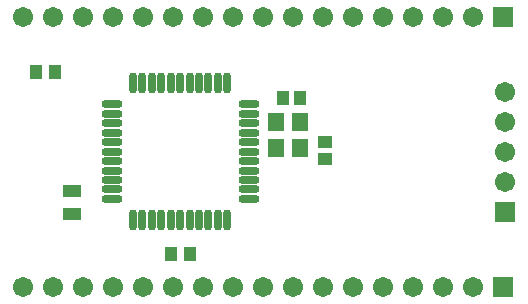
<source format=gts>
G04*
G04 #@! TF.GenerationSoftware,Altium Limited,Altium Designer,22.4.2 (48)*
G04*
G04 Layer_Color=8388736*
%FSLAX26Y26*%
%MOIN*%
G70*
G04*
G04 #@! TF.SameCoordinates,6CEC26E3-1FB6-4E6F-AFBB-73261986176E*
G04*
G04*
G04 #@! TF.FilePolarity,Negative*
G04*
G01*
G75*
%ADD20R,0.039496X0.045402*%
%ADD21R,0.045402X0.039496*%
%ADD22O,0.070992X0.029654*%
%ADD23O,0.029654X0.070992*%
%ADD24R,0.055244X0.063118*%
%ADD25R,0.061150X0.039496*%
%ADD26C,0.067055*%
%ADD27R,0.067055X0.067055*%
%ADD28R,0.067055X0.067055*%
D20*
X966378Y731142D02*
D03*
X1025433D02*
D03*
X206693Y817913D02*
D03*
X145669D02*
D03*
X656496Y208661D02*
D03*
X595472D02*
D03*
D21*
X1109252Y584646D02*
D03*
Y525591D02*
D03*
D22*
X396654Y708661D02*
D03*
Y677165D02*
D03*
Y645669D02*
D03*
Y614173D02*
D03*
Y582677D02*
D03*
Y551181D02*
D03*
Y519685D02*
D03*
Y488189D02*
D03*
Y456693D02*
D03*
Y425197D02*
D03*
Y393701D02*
D03*
X853346D02*
D03*
Y425197D02*
D03*
Y456693D02*
D03*
Y488189D02*
D03*
Y519685D02*
D03*
Y551181D02*
D03*
Y582677D02*
D03*
Y614173D02*
D03*
Y645669D02*
D03*
Y677165D02*
D03*
Y708661D02*
D03*
D23*
X467520Y322835D02*
D03*
X499016D02*
D03*
X530512D02*
D03*
X562008D02*
D03*
X593504D02*
D03*
X625000D02*
D03*
X656496D02*
D03*
X687992D02*
D03*
X719488D02*
D03*
X750984D02*
D03*
X782480D02*
D03*
Y779528D02*
D03*
X750984D02*
D03*
X719488D02*
D03*
X687992D02*
D03*
X656496D02*
D03*
X625000D02*
D03*
X593504D02*
D03*
X562008D02*
D03*
X530512D02*
D03*
X499016D02*
D03*
X467520D02*
D03*
D24*
X1023622Y649606D02*
D03*
X944882D02*
D03*
X1023622Y562992D02*
D03*
X944882D02*
D03*
D25*
X263779Y344488D02*
D03*
Y421260D02*
D03*
D26*
X1708661Y751181D02*
D03*
Y651181D02*
D03*
Y551181D02*
D03*
Y451181D02*
D03*
X100000Y1001181D02*
D03*
X200000D02*
D03*
X300000D02*
D03*
X400000D02*
D03*
X500000D02*
D03*
X600000D02*
D03*
X700000D02*
D03*
X800000D02*
D03*
X900000D02*
D03*
X1000000D02*
D03*
X1100000D02*
D03*
X1200000D02*
D03*
X1300000D02*
D03*
X1400000D02*
D03*
X1500000D02*
D03*
X1600000D02*
D03*
Y101181D02*
D03*
X1500000D02*
D03*
X1400000D02*
D03*
X1300000D02*
D03*
X1200000D02*
D03*
X1100000D02*
D03*
X1000000D02*
D03*
X900000D02*
D03*
X800000D02*
D03*
X700000D02*
D03*
X600000D02*
D03*
X500000D02*
D03*
X400000D02*
D03*
X300000D02*
D03*
X200000D02*
D03*
X100000D02*
D03*
D27*
X1708661Y351181D02*
D03*
D28*
X1700000Y1001181D02*
D03*
Y101181D02*
D03*
M02*

</source>
